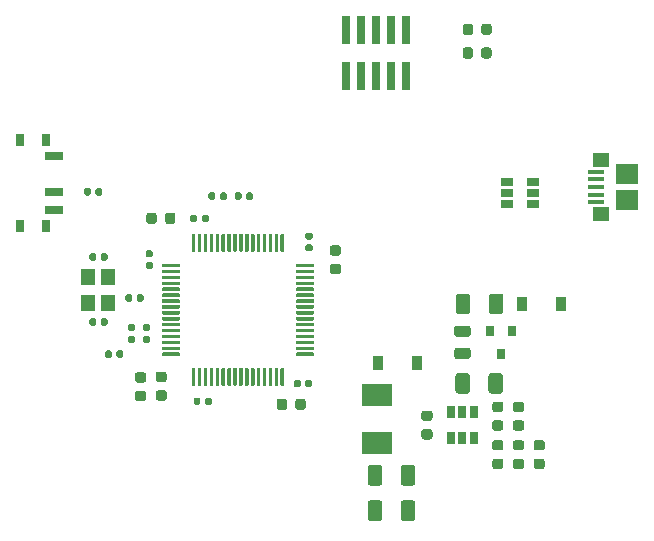
<source format=gbr>
G04 #@! TF.GenerationSoftware,KiCad,Pcbnew,(5.1.6)-1*
G04 #@! TF.CreationDate,2023-08-05T22:02:58+03:00*
G04 #@! TF.ProjectId,STM32F4_REV2,53544d33-3246-4345-9f52-4556322e6b69,rev?*
G04 #@! TF.SameCoordinates,Original*
G04 #@! TF.FileFunction,Paste,Top*
G04 #@! TF.FilePolarity,Positive*
%FSLAX46Y46*%
G04 Gerber Fmt 4.6, Leading zero omitted, Abs format (unit mm)*
G04 Created by KiCad (PCBNEW (5.1.6)-1) date 2023-08-05 22:02:58*
%MOMM*%
%LPD*%
G01*
G04 APERTURE LIST*
%ADD10R,0.740000X2.400000*%
%ADD11R,1.450000X1.150000*%
%ADD12R,1.900000X1.750000*%
%ADD13R,1.400000X0.400000*%
%ADD14R,1.200000X1.400000*%
%ADD15R,1.060000X0.650000*%
%ADD16R,0.650000X1.060000*%
%ADD17R,0.800000X1.000000*%
%ADD18R,1.500000X0.700000*%
%ADD19R,0.800000X0.900000*%
%ADD20R,2.500000X1.900000*%
%ADD21R,0.900000X1.200000*%
G04 APERTURE END LIST*
D10*
X134885000Y-61225000D03*
X134885000Y-57325000D03*
X136155000Y-61225000D03*
X136155000Y-57325000D03*
X137425000Y-61225000D03*
X137425000Y-57325000D03*
X138695000Y-61225000D03*
X138695000Y-57325000D03*
X139965000Y-61225000D03*
X139965000Y-57325000D03*
D11*
X156470000Y-72920000D03*
X156470000Y-68280000D03*
D12*
X158700000Y-71725000D03*
D13*
X156050000Y-70600000D03*
X156050000Y-69950000D03*
X156050000Y-69300000D03*
X156050000Y-71900000D03*
X156050000Y-71250000D03*
D12*
X158700000Y-69475000D03*
D14*
X114775000Y-78175000D03*
X114775000Y-80375000D03*
X113075000Y-80375000D03*
X113075000Y-78175000D03*
D15*
X148500000Y-71100000D03*
X148500000Y-72050000D03*
X148500000Y-70150000D03*
X150700000Y-70150000D03*
X150700000Y-71100000D03*
X150700000Y-72050000D03*
G36*
G01*
X121850000Y-76025000D02*
X121850000Y-74625000D01*
G75*
G02*
X121925000Y-74550000I75000J0D01*
G01*
X122075000Y-74550000D01*
G75*
G02*
X122150000Y-74625000I0J-75000D01*
G01*
X122150000Y-76025000D01*
G75*
G02*
X122075000Y-76100000I-75000J0D01*
G01*
X121925000Y-76100000D01*
G75*
G02*
X121850000Y-76025000I0J75000D01*
G01*
G37*
G36*
G01*
X122350000Y-76025000D02*
X122350000Y-74625000D01*
G75*
G02*
X122425000Y-74550000I75000J0D01*
G01*
X122575000Y-74550000D01*
G75*
G02*
X122650000Y-74625000I0J-75000D01*
G01*
X122650000Y-76025000D01*
G75*
G02*
X122575000Y-76100000I-75000J0D01*
G01*
X122425000Y-76100000D01*
G75*
G02*
X122350000Y-76025000I0J75000D01*
G01*
G37*
G36*
G01*
X122850000Y-76025000D02*
X122850000Y-74625000D01*
G75*
G02*
X122925000Y-74550000I75000J0D01*
G01*
X123075000Y-74550000D01*
G75*
G02*
X123150000Y-74625000I0J-75000D01*
G01*
X123150000Y-76025000D01*
G75*
G02*
X123075000Y-76100000I-75000J0D01*
G01*
X122925000Y-76100000D01*
G75*
G02*
X122850000Y-76025000I0J75000D01*
G01*
G37*
G36*
G01*
X123350000Y-76025000D02*
X123350000Y-74625000D01*
G75*
G02*
X123425000Y-74550000I75000J0D01*
G01*
X123575000Y-74550000D01*
G75*
G02*
X123650000Y-74625000I0J-75000D01*
G01*
X123650000Y-76025000D01*
G75*
G02*
X123575000Y-76100000I-75000J0D01*
G01*
X123425000Y-76100000D01*
G75*
G02*
X123350000Y-76025000I0J75000D01*
G01*
G37*
G36*
G01*
X123850000Y-76025000D02*
X123850000Y-74625000D01*
G75*
G02*
X123925000Y-74550000I75000J0D01*
G01*
X124075000Y-74550000D01*
G75*
G02*
X124150000Y-74625000I0J-75000D01*
G01*
X124150000Y-76025000D01*
G75*
G02*
X124075000Y-76100000I-75000J0D01*
G01*
X123925000Y-76100000D01*
G75*
G02*
X123850000Y-76025000I0J75000D01*
G01*
G37*
G36*
G01*
X124350000Y-76025000D02*
X124350000Y-74625000D01*
G75*
G02*
X124425000Y-74550000I75000J0D01*
G01*
X124575000Y-74550000D01*
G75*
G02*
X124650000Y-74625000I0J-75000D01*
G01*
X124650000Y-76025000D01*
G75*
G02*
X124575000Y-76100000I-75000J0D01*
G01*
X124425000Y-76100000D01*
G75*
G02*
X124350000Y-76025000I0J75000D01*
G01*
G37*
G36*
G01*
X124850000Y-76025000D02*
X124850000Y-74625000D01*
G75*
G02*
X124925000Y-74550000I75000J0D01*
G01*
X125075000Y-74550000D01*
G75*
G02*
X125150000Y-74625000I0J-75000D01*
G01*
X125150000Y-76025000D01*
G75*
G02*
X125075000Y-76100000I-75000J0D01*
G01*
X124925000Y-76100000D01*
G75*
G02*
X124850000Y-76025000I0J75000D01*
G01*
G37*
G36*
G01*
X125350000Y-76025000D02*
X125350000Y-74625000D01*
G75*
G02*
X125425000Y-74550000I75000J0D01*
G01*
X125575000Y-74550000D01*
G75*
G02*
X125650000Y-74625000I0J-75000D01*
G01*
X125650000Y-76025000D01*
G75*
G02*
X125575000Y-76100000I-75000J0D01*
G01*
X125425000Y-76100000D01*
G75*
G02*
X125350000Y-76025000I0J75000D01*
G01*
G37*
G36*
G01*
X125850000Y-76025000D02*
X125850000Y-74625000D01*
G75*
G02*
X125925000Y-74550000I75000J0D01*
G01*
X126075000Y-74550000D01*
G75*
G02*
X126150000Y-74625000I0J-75000D01*
G01*
X126150000Y-76025000D01*
G75*
G02*
X126075000Y-76100000I-75000J0D01*
G01*
X125925000Y-76100000D01*
G75*
G02*
X125850000Y-76025000I0J75000D01*
G01*
G37*
G36*
G01*
X126350000Y-76025000D02*
X126350000Y-74625000D01*
G75*
G02*
X126425000Y-74550000I75000J0D01*
G01*
X126575000Y-74550000D01*
G75*
G02*
X126650000Y-74625000I0J-75000D01*
G01*
X126650000Y-76025000D01*
G75*
G02*
X126575000Y-76100000I-75000J0D01*
G01*
X126425000Y-76100000D01*
G75*
G02*
X126350000Y-76025000I0J75000D01*
G01*
G37*
G36*
G01*
X126850000Y-76025000D02*
X126850000Y-74625000D01*
G75*
G02*
X126925000Y-74550000I75000J0D01*
G01*
X127075000Y-74550000D01*
G75*
G02*
X127150000Y-74625000I0J-75000D01*
G01*
X127150000Y-76025000D01*
G75*
G02*
X127075000Y-76100000I-75000J0D01*
G01*
X126925000Y-76100000D01*
G75*
G02*
X126850000Y-76025000I0J75000D01*
G01*
G37*
G36*
G01*
X127350000Y-76025000D02*
X127350000Y-74625000D01*
G75*
G02*
X127425000Y-74550000I75000J0D01*
G01*
X127575000Y-74550000D01*
G75*
G02*
X127650000Y-74625000I0J-75000D01*
G01*
X127650000Y-76025000D01*
G75*
G02*
X127575000Y-76100000I-75000J0D01*
G01*
X127425000Y-76100000D01*
G75*
G02*
X127350000Y-76025000I0J75000D01*
G01*
G37*
G36*
G01*
X127850000Y-76025000D02*
X127850000Y-74625000D01*
G75*
G02*
X127925000Y-74550000I75000J0D01*
G01*
X128075000Y-74550000D01*
G75*
G02*
X128150000Y-74625000I0J-75000D01*
G01*
X128150000Y-76025000D01*
G75*
G02*
X128075000Y-76100000I-75000J0D01*
G01*
X127925000Y-76100000D01*
G75*
G02*
X127850000Y-76025000I0J75000D01*
G01*
G37*
G36*
G01*
X128350000Y-76025000D02*
X128350000Y-74625000D01*
G75*
G02*
X128425000Y-74550000I75000J0D01*
G01*
X128575000Y-74550000D01*
G75*
G02*
X128650000Y-74625000I0J-75000D01*
G01*
X128650000Y-76025000D01*
G75*
G02*
X128575000Y-76100000I-75000J0D01*
G01*
X128425000Y-76100000D01*
G75*
G02*
X128350000Y-76025000I0J75000D01*
G01*
G37*
G36*
G01*
X128850000Y-76025000D02*
X128850000Y-74625000D01*
G75*
G02*
X128925000Y-74550000I75000J0D01*
G01*
X129075000Y-74550000D01*
G75*
G02*
X129150000Y-74625000I0J-75000D01*
G01*
X129150000Y-76025000D01*
G75*
G02*
X129075000Y-76100000I-75000J0D01*
G01*
X128925000Y-76100000D01*
G75*
G02*
X128850000Y-76025000I0J75000D01*
G01*
G37*
G36*
G01*
X129350000Y-76025000D02*
X129350000Y-74625000D01*
G75*
G02*
X129425000Y-74550000I75000J0D01*
G01*
X129575000Y-74550000D01*
G75*
G02*
X129650000Y-74625000I0J-75000D01*
G01*
X129650000Y-76025000D01*
G75*
G02*
X129575000Y-76100000I-75000J0D01*
G01*
X129425000Y-76100000D01*
G75*
G02*
X129350000Y-76025000I0J75000D01*
G01*
G37*
G36*
G01*
X130650000Y-77325000D02*
X130650000Y-77175000D01*
G75*
G02*
X130725000Y-77100000I75000J0D01*
G01*
X132125000Y-77100000D01*
G75*
G02*
X132200000Y-77175000I0J-75000D01*
G01*
X132200000Y-77325000D01*
G75*
G02*
X132125000Y-77400000I-75000J0D01*
G01*
X130725000Y-77400000D01*
G75*
G02*
X130650000Y-77325000I0J75000D01*
G01*
G37*
G36*
G01*
X130650000Y-77825000D02*
X130650000Y-77675000D01*
G75*
G02*
X130725000Y-77600000I75000J0D01*
G01*
X132125000Y-77600000D01*
G75*
G02*
X132200000Y-77675000I0J-75000D01*
G01*
X132200000Y-77825000D01*
G75*
G02*
X132125000Y-77900000I-75000J0D01*
G01*
X130725000Y-77900000D01*
G75*
G02*
X130650000Y-77825000I0J75000D01*
G01*
G37*
G36*
G01*
X130650000Y-78325000D02*
X130650000Y-78175000D01*
G75*
G02*
X130725000Y-78100000I75000J0D01*
G01*
X132125000Y-78100000D01*
G75*
G02*
X132200000Y-78175000I0J-75000D01*
G01*
X132200000Y-78325000D01*
G75*
G02*
X132125000Y-78400000I-75000J0D01*
G01*
X130725000Y-78400000D01*
G75*
G02*
X130650000Y-78325000I0J75000D01*
G01*
G37*
G36*
G01*
X130650000Y-78825000D02*
X130650000Y-78675000D01*
G75*
G02*
X130725000Y-78600000I75000J0D01*
G01*
X132125000Y-78600000D01*
G75*
G02*
X132200000Y-78675000I0J-75000D01*
G01*
X132200000Y-78825000D01*
G75*
G02*
X132125000Y-78900000I-75000J0D01*
G01*
X130725000Y-78900000D01*
G75*
G02*
X130650000Y-78825000I0J75000D01*
G01*
G37*
G36*
G01*
X130650000Y-79325000D02*
X130650000Y-79175000D01*
G75*
G02*
X130725000Y-79100000I75000J0D01*
G01*
X132125000Y-79100000D01*
G75*
G02*
X132200000Y-79175000I0J-75000D01*
G01*
X132200000Y-79325000D01*
G75*
G02*
X132125000Y-79400000I-75000J0D01*
G01*
X130725000Y-79400000D01*
G75*
G02*
X130650000Y-79325000I0J75000D01*
G01*
G37*
G36*
G01*
X130650000Y-79825000D02*
X130650000Y-79675000D01*
G75*
G02*
X130725000Y-79600000I75000J0D01*
G01*
X132125000Y-79600000D01*
G75*
G02*
X132200000Y-79675000I0J-75000D01*
G01*
X132200000Y-79825000D01*
G75*
G02*
X132125000Y-79900000I-75000J0D01*
G01*
X130725000Y-79900000D01*
G75*
G02*
X130650000Y-79825000I0J75000D01*
G01*
G37*
G36*
G01*
X130650000Y-80325000D02*
X130650000Y-80175000D01*
G75*
G02*
X130725000Y-80100000I75000J0D01*
G01*
X132125000Y-80100000D01*
G75*
G02*
X132200000Y-80175000I0J-75000D01*
G01*
X132200000Y-80325000D01*
G75*
G02*
X132125000Y-80400000I-75000J0D01*
G01*
X130725000Y-80400000D01*
G75*
G02*
X130650000Y-80325000I0J75000D01*
G01*
G37*
G36*
G01*
X130650000Y-80825000D02*
X130650000Y-80675000D01*
G75*
G02*
X130725000Y-80600000I75000J0D01*
G01*
X132125000Y-80600000D01*
G75*
G02*
X132200000Y-80675000I0J-75000D01*
G01*
X132200000Y-80825000D01*
G75*
G02*
X132125000Y-80900000I-75000J0D01*
G01*
X130725000Y-80900000D01*
G75*
G02*
X130650000Y-80825000I0J75000D01*
G01*
G37*
G36*
G01*
X130650000Y-81325000D02*
X130650000Y-81175000D01*
G75*
G02*
X130725000Y-81100000I75000J0D01*
G01*
X132125000Y-81100000D01*
G75*
G02*
X132200000Y-81175000I0J-75000D01*
G01*
X132200000Y-81325000D01*
G75*
G02*
X132125000Y-81400000I-75000J0D01*
G01*
X130725000Y-81400000D01*
G75*
G02*
X130650000Y-81325000I0J75000D01*
G01*
G37*
G36*
G01*
X130650000Y-81825000D02*
X130650000Y-81675000D01*
G75*
G02*
X130725000Y-81600000I75000J0D01*
G01*
X132125000Y-81600000D01*
G75*
G02*
X132200000Y-81675000I0J-75000D01*
G01*
X132200000Y-81825000D01*
G75*
G02*
X132125000Y-81900000I-75000J0D01*
G01*
X130725000Y-81900000D01*
G75*
G02*
X130650000Y-81825000I0J75000D01*
G01*
G37*
G36*
G01*
X130650000Y-82325000D02*
X130650000Y-82175000D01*
G75*
G02*
X130725000Y-82100000I75000J0D01*
G01*
X132125000Y-82100000D01*
G75*
G02*
X132200000Y-82175000I0J-75000D01*
G01*
X132200000Y-82325000D01*
G75*
G02*
X132125000Y-82400000I-75000J0D01*
G01*
X130725000Y-82400000D01*
G75*
G02*
X130650000Y-82325000I0J75000D01*
G01*
G37*
G36*
G01*
X130650000Y-82825000D02*
X130650000Y-82675000D01*
G75*
G02*
X130725000Y-82600000I75000J0D01*
G01*
X132125000Y-82600000D01*
G75*
G02*
X132200000Y-82675000I0J-75000D01*
G01*
X132200000Y-82825000D01*
G75*
G02*
X132125000Y-82900000I-75000J0D01*
G01*
X130725000Y-82900000D01*
G75*
G02*
X130650000Y-82825000I0J75000D01*
G01*
G37*
G36*
G01*
X130650000Y-83325000D02*
X130650000Y-83175000D01*
G75*
G02*
X130725000Y-83100000I75000J0D01*
G01*
X132125000Y-83100000D01*
G75*
G02*
X132200000Y-83175000I0J-75000D01*
G01*
X132200000Y-83325000D01*
G75*
G02*
X132125000Y-83400000I-75000J0D01*
G01*
X130725000Y-83400000D01*
G75*
G02*
X130650000Y-83325000I0J75000D01*
G01*
G37*
G36*
G01*
X130650000Y-83825000D02*
X130650000Y-83675000D01*
G75*
G02*
X130725000Y-83600000I75000J0D01*
G01*
X132125000Y-83600000D01*
G75*
G02*
X132200000Y-83675000I0J-75000D01*
G01*
X132200000Y-83825000D01*
G75*
G02*
X132125000Y-83900000I-75000J0D01*
G01*
X130725000Y-83900000D01*
G75*
G02*
X130650000Y-83825000I0J75000D01*
G01*
G37*
G36*
G01*
X130650000Y-84325000D02*
X130650000Y-84175000D01*
G75*
G02*
X130725000Y-84100000I75000J0D01*
G01*
X132125000Y-84100000D01*
G75*
G02*
X132200000Y-84175000I0J-75000D01*
G01*
X132200000Y-84325000D01*
G75*
G02*
X132125000Y-84400000I-75000J0D01*
G01*
X130725000Y-84400000D01*
G75*
G02*
X130650000Y-84325000I0J75000D01*
G01*
G37*
G36*
G01*
X130650000Y-84825000D02*
X130650000Y-84675000D01*
G75*
G02*
X130725000Y-84600000I75000J0D01*
G01*
X132125000Y-84600000D01*
G75*
G02*
X132200000Y-84675000I0J-75000D01*
G01*
X132200000Y-84825000D01*
G75*
G02*
X132125000Y-84900000I-75000J0D01*
G01*
X130725000Y-84900000D01*
G75*
G02*
X130650000Y-84825000I0J75000D01*
G01*
G37*
G36*
G01*
X129350000Y-87375000D02*
X129350000Y-85975000D01*
G75*
G02*
X129425000Y-85900000I75000J0D01*
G01*
X129575000Y-85900000D01*
G75*
G02*
X129650000Y-85975000I0J-75000D01*
G01*
X129650000Y-87375000D01*
G75*
G02*
X129575000Y-87450000I-75000J0D01*
G01*
X129425000Y-87450000D01*
G75*
G02*
X129350000Y-87375000I0J75000D01*
G01*
G37*
G36*
G01*
X128850000Y-87375000D02*
X128850000Y-85975000D01*
G75*
G02*
X128925000Y-85900000I75000J0D01*
G01*
X129075000Y-85900000D01*
G75*
G02*
X129150000Y-85975000I0J-75000D01*
G01*
X129150000Y-87375000D01*
G75*
G02*
X129075000Y-87450000I-75000J0D01*
G01*
X128925000Y-87450000D01*
G75*
G02*
X128850000Y-87375000I0J75000D01*
G01*
G37*
G36*
G01*
X128350000Y-87375000D02*
X128350000Y-85975000D01*
G75*
G02*
X128425000Y-85900000I75000J0D01*
G01*
X128575000Y-85900000D01*
G75*
G02*
X128650000Y-85975000I0J-75000D01*
G01*
X128650000Y-87375000D01*
G75*
G02*
X128575000Y-87450000I-75000J0D01*
G01*
X128425000Y-87450000D01*
G75*
G02*
X128350000Y-87375000I0J75000D01*
G01*
G37*
G36*
G01*
X127850000Y-87375000D02*
X127850000Y-85975000D01*
G75*
G02*
X127925000Y-85900000I75000J0D01*
G01*
X128075000Y-85900000D01*
G75*
G02*
X128150000Y-85975000I0J-75000D01*
G01*
X128150000Y-87375000D01*
G75*
G02*
X128075000Y-87450000I-75000J0D01*
G01*
X127925000Y-87450000D01*
G75*
G02*
X127850000Y-87375000I0J75000D01*
G01*
G37*
G36*
G01*
X127350000Y-87375000D02*
X127350000Y-85975000D01*
G75*
G02*
X127425000Y-85900000I75000J0D01*
G01*
X127575000Y-85900000D01*
G75*
G02*
X127650000Y-85975000I0J-75000D01*
G01*
X127650000Y-87375000D01*
G75*
G02*
X127575000Y-87450000I-75000J0D01*
G01*
X127425000Y-87450000D01*
G75*
G02*
X127350000Y-87375000I0J75000D01*
G01*
G37*
G36*
G01*
X126850000Y-87375000D02*
X126850000Y-85975000D01*
G75*
G02*
X126925000Y-85900000I75000J0D01*
G01*
X127075000Y-85900000D01*
G75*
G02*
X127150000Y-85975000I0J-75000D01*
G01*
X127150000Y-87375000D01*
G75*
G02*
X127075000Y-87450000I-75000J0D01*
G01*
X126925000Y-87450000D01*
G75*
G02*
X126850000Y-87375000I0J75000D01*
G01*
G37*
G36*
G01*
X126350000Y-87375000D02*
X126350000Y-85975000D01*
G75*
G02*
X126425000Y-85900000I75000J0D01*
G01*
X126575000Y-85900000D01*
G75*
G02*
X126650000Y-85975000I0J-75000D01*
G01*
X126650000Y-87375000D01*
G75*
G02*
X126575000Y-87450000I-75000J0D01*
G01*
X126425000Y-87450000D01*
G75*
G02*
X126350000Y-87375000I0J75000D01*
G01*
G37*
G36*
G01*
X125850000Y-87375000D02*
X125850000Y-85975000D01*
G75*
G02*
X125925000Y-85900000I75000J0D01*
G01*
X126075000Y-85900000D01*
G75*
G02*
X126150000Y-85975000I0J-75000D01*
G01*
X126150000Y-87375000D01*
G75*
G02*
X126075000Y-87450000I-75000J0D01*
G01*
X125925000Y-87450000D01*
G75*
G02*
X125850000Y-87375000I0J75000D01*
G01*
G37*
G36*
G01*
X125350000Y-87375000D02*
X125350000Y-85975000D01*
G75*
G02*
X125425000Y-85900000I75000J0D01*
G01*
X125575000Y-85900000D01*
G75*
G02*
X125650000Y-85975000I0J-75000D01*
G01*
X125650000Y-87375000D01*
G75*
G02*
X125575000Y-87450000I-75000J0D01*
G01*
X125425000Y-87450000D01*
G75*
G02*
X125350000Y-87375000I0J75000D01*
G01*
G37*
G36*
G01*
X124850000Y-87375000D02*
X124850000Y-85975000D01*
G75*
G02*
X124925000Y-85900000I75000J0D01*
G01*
X125075000Y-85900000D01*
G75*
G02*
X125150000Y-85975000I0J-75000D01*
G01*
X125150000Y-87375000D01*
G75*
G02*
X125075000Y-87450000I-75000J0D01*
G01*
X124925000Y-87450000D01*
G75*
G02*
X124850000Y-87375000I0J75000D01*
G01*
G37*
G36*
G01*
X124350000Y-87375000D02*
X124350000Y-85975000D01*
G75*
G02*
X124425000Y-85900000I75000J0D01*
G01*
X124575000Y-85900000D01*
G75*
G02*
X124650000Y-85975000I0J-75000D01*
G01*
X124650000Y-87375000D01*
G75*
G02*
X124575000Y-87450000I-75000J0D01*
G01*
X124425000Y-87450000D01*
G75*
G02*
X124350000Y-87375000I0J75000D01*
G01*
G37*
G36*
G01*
X123850000Y-87375000D02*
X123850000Y-85975000D01*
G75*
G02*
X123925000Y-85900000I75000J0D01*
G01*
X124075000Y-85900000D01*
G75*
G02*
X124150000Y-85975000I0J-75000D01*
G01*
X124150000Y-87375000D01*
G75*
G02*
X124075000Y-87450000I-75000J0D01*
G01*
X123925000Y-87450000D01*
G75*
G02*
X123850000Y-87375000I0J75000D01*
G01*
G37*
G36*
G01*
X123350000Y-87375000D02*
X123350000Y-85975000D01*
G75*
G02*
X123425000Y-85900000I75000J0D01*
G01*
X123575000Y-85900000D01*
G75*
G02*
X123650000Y-85975000I0J-75000D01*
G01*
X123650000Y-87375000D01*
G75*
G02*
X123575000Y-87450000I-75000J0D01*
G01*
X123425000Y-87450000D01*
G75*
G02*
X123350000Y-87375000I0J75000D01*
G01*
G37*
G36*
G01*
X122850000Y-87375000D02*
X122850000Y-85975000D01*
G75*
G02*
X122925000Y-85900000I75000J0D01*
G01*
X123075000Y-85900000D01*
G75*
G02*
X123150000Y-85975000I0J-75000D01*
G01*
X123150000Y-87375000D01*
G75*
G02*
X123075000Y-87450000I-75000J0D01*
G01*
X122925000Y-87450000D01*
G75*
G02*
X122850000Y-87375000I0J75000D01*
G01*
G37*
G36*
G01*
X122350000Y-87375000D02*
X122350000Y-85975000D01*
G75*
G02*
X122425000Y-85900000I75000J0D01*
G01*
X122575000Y-85900000D01*
G75*
G02*
X122650000Y-85975000I0J-75000D01*
G01*
X122650000Y-87375000D01*
G75*
G02*
X122575000Y-87450000I-75000J0D01*
G01*
X122425000Y-87450000D01*
G75*
G02*
X122350000Y-87375000I0J75000D01*
G01*
G37*
G36*
G01*
X121850000Y-87375000D02*
X121850000Y-85975000D01*
G75*
G02*
X121925000Y-85900000I75000J0D01*
G01*
X122075000Y-85900000D01*
G75*
G02*
X122150000Y-85975000I0J-75000D01*
G01*
X122150000Y-87375000D01*
G75*
G02*
X122075000Y-87450000I-75000J0D01*
G01*
X121925000Y-87450000D01*
G75*
G02*
X121850000Y-87375000I0J75000D01*
G01*
G37*
G36*
G01*
X119300000Y-84825000D02*
X119300000Y-84675000D01*
G75*
G02*
X119375000Y-84600000I75000J0D01*
G01*
X120775000Y-84600000D01*
G75*
G02*
X120850000Y-84675000I0J-75000D01*
G01*
X120850000Y-84825000D01*
G75*
G02*
X120775000Y-84900000I-75000J0D01*
G01*
X119375000Y-84900000D01*
G75*
G02*
X119300000Y-84825000I0J75000D01*
G01*
G37*
G36*
G01*
X119300000Y-84325000D02*
X119300000Y-84175000D01*
G75*
G02*
X119375000Y-84100000I75000J0D01*
G01*
X120775000Y-84100000D01*
G75*
G02*
X120850000Y-84175000I0J-75000D01*
G01*
X120850000Y-84325000D01*
G75*
G02*
X120775000Y-84400000I-75000J0D01*
G01*
X119375000Y-84400000D01*
G75*
G02*
X119300000Y-84325000I0J75000D01*
G01*
G37*
G36*
G01*
X119300000Y-83825000D02*
X119300000Y-83675000D01*
G75*
G02*
X119375000Y-83600000I75000J0D01*
G01*
X120775000Y-83600000D01*
G75*
G02*
X120850000Y-83675000I0J-75000D01*
G01*
X120850000Y-83825000D01*
G75*
G02*
X120775000Y-83900000I-75000J0D01*
G01*
X119375000Y-83900000D01*
G75*
G02*
X119300000Y-83825000I0J75000D01*
G01*
G37*
G36*
G01*
X119300000Y-83325000D02*
X119300000Y-83175000D01*
G75*
G02*
X119375000Y-83100000I75000J0D01*
G01*
X120775000Y-83100000D01*
G75*
G02*
X120850000Y-83175000I0J-75000D01*
G01*
X120850000Y-83325000D01*
G75*
G02*
X120775000Y-83400000I-75000J0D01*
G01*
X119375000Y-83400000D01*
G75*
G02*
X119300000Y-83325000I0J75000D01*
G01*
G37*
G36*
G01*
X119300000Y-82825000D02*
X119300000Y-82675000D01*
G75*
G02*
X119375000Y-82600000I75000J0D01*
G01*
X120775000Y-82600000D01*
G75*
G02*
X120850000Y-82675000I0J-75000D01*
G01*
X120850000Y-82825000D01*
G75*
G02*
X120775000Y-82900000I-75000J0D01*
G01*
X119375000Y-82900000D01*
G75*
G02*
X119300000Y-82825000I0J75000D01*
G01*
G37*
G36*
G01*
X119300000Y-82325000D02*
X119300000Y-82175000D01*
G75*
G02*
X119375000Y-82100000I75000J0D01*
G01*
X120775000Y-82100000D01*
G75*
G02*
X120850000Y-82175000I0J-75000D01*
G01*
X120850000Y-82325000D01*
G75*
G02*
X120775000Y-82400000I-75000J0D01*
G01*
X119375000Y-82400000D01*
G75*
G02*
X119300000Y-82325000I0J75000D01*
G01*
G37*
G36*
G01*
X119300000Y-81825000D02*
X119300000Y-81675000D01*
G75*
G02*
X119375000Y-81600000I75000J0D01*
G01*
X120775000Y-81600000D01*
G75*
G02*
X120850000Y-81675000I0J-75000D01*
G01*
X120850000Y-81825000D01*
G75*
G02*
X120775000Y-81900000I-75000J0D01*
G01*
X119375000Y-81900000D01*
G75*
G02*
X119300000Y-81825000I0J75000D01*
G01*
G37*
G36*
G01*
X119300000Y-81325000D02*
X119300000Y-81175000D01*
G75*
G02*
X119375000Y-81100000I75000J0D01*
G01*
X120775000Y-81100000D01*
G75*
G02*
X120850000Y-81175000I0J-75000D01*
G01*
X120850000Y-81325000D01*
G75*
G02*
X120775000Y-81400000I-75000J0D01*
G01*
X119375000Y-81400000D01*
G75*
G02*
X119300000Y-81325000I0J75000D01*
G01*
G37*
G36*
G01*
X119300000Y-80825000D02*
X119300000Y-80675000D01*
G75*
G02*
X119375000Y-80600000I75000J0D01*
G01*
X120775000Y-80600000D01*
G75*
G02*
X120850000Y-80675000I0J-75000D01*
G01*
X120850000Y-80825000D01*
G75*
G02*
X120775000Y-80900000I-75000J0D01*
G01*
X119375000Y-80900000D01*
G75*
G02*
X119300000Y-80825000I0J75000D01*
G01*
G37*
G36*
G01*
X119300000Y-80325000D02*
X119300000Y-80175000D01*
G75*
G02*
X119375000Y-80100000I75000J0D01*
G01*
X120775000Y-80100000D01*
G75*
G02*
X120850000Y-80175000I0J-75000D01*
G01*
X120850000Y-80325000D01*
G75*
G02*
X120775000Y-80400000I-75000J0D01*
G01*
X119375000Y-80400000D01*
G75*
G02*
X119300000Y-80325000I0J75000D01*
G01*
G37*
G36*
G01*
X119300000Y-79825000D02*
X119300000Y-79675000D01*
G75*
G02*
X119375000Y-79600000I75000J0D01*
G01*
X120775000Y-79600000D01*
G75*
G02*
X120850000Y-79675000I0J-75000D01*
G01*
X120850000Y-79825000D01*
G75*
G02*
X120775000Y-79900000I-75000J0D01*
G01*
X119375000Y-79900000D01*
G75*
G02*
X119300000Y-79825000I0J75000D01*
G01*
G37*
G36*
G01*
X119300000Y-79325000D02*
X119300000Y-79175000D01*
G75*
G02*
X119375000Y-79100000I75000J0D01*
G01*
X120775000Y-79100000D01*
G75*
G02*
X120850000Y-79175000I0J-75000D01*
G01*
X120850000Y-79325000D01*
G75*
G02*
X120775000Y-79400000I-75000J0D01*
G01*
X119375000Y-79400000D01*
G75*
G02*
X119300000Y-79325000I0J75000D01*
G01*
G37*
G36*
G01*
X119300000Y-78825000D02*
X119300000Y-78675000D01*
G75*
G02*
X119375000Y-78600000I75000J0D01*
G01*
X120775000Y-78600000D01*
G75*
G02*
X120850000Y-78675000I0J-75000D01*
G01*
X120850000Y-78825000D01*
G75*
G02*
X120775000Y-78900000I-75000J0D01*
G01*
X119375000Y-78900000D01*
G75*
G02*
X119300000Y-78825000I0J75000D01*
G01*
G37*
G36*
G01*
X119300000Y-78325000D02*
X119300000Y-78175000D01*
G75*
G02*
X119375000Y-78100000I75000J0D01*
G01*
X120775000Y-78100000D01*
G75*
G02*
X120850000Y-78175000I0J-75000D01*
G01*
X120850000Y-78325000D01*
G75*
G02*
X120775000Y-78400000I-75000J0D01*
G01*
X119375000Y-78400000D01*
G75*
G02*
X119300000Y-78325000I0J75000D01*
G01*
G37*
G36*
G01*
X119300000Y-77825000D02*
X119300000Y-77675000D01*
G75*
G02*
X119375000Y-77600000I75000J0D01*
G01*
X120775000Y-77600000D01*
G75*
G02*
X120850000Y-77675000I0J-75000D01*
G01*
X120850000Y-77825000D01*
G75*
G02*
X120775000Y-77900000I-75000J0D01*
G01*
X119375000Y-77900000D01*
G75*
G02*
X119300000Y-77825000I0J75000D01*
G01*
G37*
G36*
G01*
X119300000Y-77325000D02*
X119300000Y-77175000D01*
G75*
G02*
X119375000Y-77100000I75000J0D01*
G01*
X120775000Y-77100000D01*
G75*
G02*
X120850000Y-77175000I0J-75000D01*
G01*
X120850000Y-77325000D01*
G75*
G02*
X120775000Y-77400000I-75000J0D01*
G01*
X119375000Y-77400000D01*
G75*
G02*
X119300000Y-77325000I0J75000D01*
G01*
G37*
D16*
X144750000Y-89650000D03*
X143800000Y-89650000D03*
X145700000Y-89650000D03*
X145700000Y-91850000D03*
X144750000Y-91850000D03*
X143800000Y-91850000D03*
D17*
X109530000Y-66600000D03*
X109530000Y-73900000D03*
X107320000Y-73900000D03*
X107320000Y-66600000D03*
D18*
X110180000Y-72500000D03*
X110180000Y-71000000D03*
X110180000Y-68000000D03*
G36*
G01*
X124215000Y-71547500D02*
X124215000Y-71202500D01*
G75*
G02*
X124362500Y-71055000I147500J0D01*
G01*
X124657500Y-71055000D01*
G75*
G02*
X124805000Y-71202500I0J-147500D01*
G01*
X124805000Y-71547500D01*
G75*
G02*
X124657500Y-71695000I-147500J0D01*
G01*
X124362500Y-71695000D01*
G75*
G02*
X124215000Y-71547500I0J147500D01*
G01*
G37*
G36*
G01*
X123245000Y-71547500D02*
X123245000Y-71202500D01*
G75*
G02*
X123392500Y-71055000I147500J0D01*
G01*
X123687500Y-71055000D01*
G75*
G02*
X123835000Y-71202500I0J-147500D01*
G01*
X123835000Y-71547500D01*
G75*
G02*
X123687500Y-71695000I-147500J0D01*
G01*
X123392500Y-71695000D01*
G75*
G02*
X123245000Y-71547500I0J147500D01*
G01*
G37*
G36*
G01*
X126060000Y-71202500D02*
X126060000Y-71547500D01*
G75*
G02*
X125912500Y-71695000I-147500J0D01*
G01*
X125617500Y-71695000D01*
G75*
G02*
X125470000Y-71547500I0J147500D01*
G01*
X125470000Y-71202500D01*
G75*
G02*
X125617500Y-71055000I147500J0D01*
G01*
X125912500Y-71055000D01*
G75*
G02*
X126060000Y-71202500I0J-147500D01*
G01*
G37*
G36*
G01*
X127030000Y-71202500D02*
X127030000Y-71547500D01*
G75*
G02*
X126882500Y-71695000I-147500J0D01*
G01*
X126587500Y-71695000D01*
G75*
G02*
X126440000Y-71547500I0J147500D01*
G01*
X126440000Y-71202500D01*
G75*
G02*
X126587500Y-71055000I147500J0D01*
G01*
X126882500Y-71055000D01*
G75*
G02*
X127030000Y-71202500I0J-147500D01*
G01*
G37*
G36*
G01*
X117756250Y-87150000D02*
X117243750Y-87150000D01*
G75*
G02*
X117025000Y-86931250I0J218750D01*
G01*
X117025000Y-86493750D01*
G75*
G02*
X117243750Y-86275000I218750J0D01*
G01*
X117756250Y-86275000D01*
G75*
G02*
X117975000Y-86493750I0J-218750D01*
G01*
X117975000Y-86931250D01*
G75*
G02*
X117756250Y-87150000I-218750J0D01*
G01*
G37*
G36*
G01*
X117756250Y-88725000D02*
X117243750Y-88725000D01*
G75*
G02*
X117025000Y-88506250I0J218750D01*
G01*
X117025000Y-88068750D01*
G75*
G02*
X117243750Y-87850000I218750J0D01*
G01*
X117756250Y-87850000D01*
G75*
G02*
X117975000Y-88068750I0J-218750D01*
G01*
X117975000Y-88506250D01*
G75*
G02*
X117756250Y-88725000I-218750J0D01*
G01*
G37*
G36*
G01*
X116810000Y-79827500D02*
X116810000Y-80172500D01*
G75*
G02*
X116662500Y-80320000I-147500J0D01*
G01*
X116367500Y-80320000D01*
G75*
G02*
X116220000Y-80172500I0J147500D01*
G01*
X116220000Y-79827500D01*
G75*
G02*
X116367500Y-79680000I147500J0D01*
G01*
X116662500Y-79680000D01*
G75*
G02*
X116810000Y-79827500I0J-147500D01*
G01*
G37*
G36*
G01*
X117780000Y-79827500D02*
X117780000Y-80172500D01*
G75*
G02*
X117632500Y-80320000I-147500J0D01*
G01*
X117337500Y-80320000D01*
G75*
G02*
X117190000Y-80172500I0J147500D01*
G01*
X117190000Y-79827500D01*
G75*
G02*
X117337500Y-79680000I147500J0D01*
G01*
X117632500Y-79680000D01*
G75*
G02*
X117780000Y-79827500I0J-147500D01*
G01*
G37*
G36*
G01*
X113675000Y-71172500D02*
X113675000Y-70827500D01*
G75*
G02*
X113822500Y-70680000I147500J0D01*
G01*
X114117500Y-70680000D01*
G75*
G02*
X114265000Y-70827500I0J-147500D01*
G01*
X114265000Y-71172500D01*
G75*
G02*
X114117500Y-71320000I-147500J0D01*
G01*
X113822500Y-71320000D01*
G75*
G02*
X113675000Y-71172500I0J147500D01*
G01*
G37*
G36*
G01*
X112705000Y-71172500D02*
X112705000Y-70827500D01*
G75*
G02*
X112852500Y-70680000I147500J0D01*
G01*
X113147500Y-70680000D01*
G75*
G02*
X113295000Y-70827500I0J-147500D01*
G01*
X113295000Y-71172500D01*
G75*
G02*
X113147500Y-71320000I-147500J0D01*
G01*
X112852500Y-71320000D01*
G75*
G02*
X112705000Y-71172500I0J147500D01*
G01*
G37*
G36*
G01*
X145650000Y-58993750D02*
X145650000Y-59506250D01*
G75*
G02*
X145431250Y-59725000I-218750J0D01*
G01*
X144993750Y-59725000D01*
G75*
G02*
X144775000Y-59506250I0J218750D01*
G01*
X144775000Y-58993750D01*
G75*
G02*
X144993750Y-58775000I218750J0D01*
G01*
X145431250Y-58775000D01*
G75*
G02*
X145650000Y-58993750I0J-218750D01*
G01*
G37*
G36*
G01*
X147225000Y-58993750D02*
X147225000Y-59506250D01*
G75*
G02*
X147006250Y-59725000I-218750J0D01*
G01*
X146568750Y-59725000D01*
G75*
G02*
X146350000Y-59506250I0J218750D01*
G01*
X146350000Y-58993750D01*
G75*
G02*
X146568750Y-58775000I218750J0D01*
G01*
X147006250Y-58775000D01*
G75*
G02*
X147225000Y-58993750I0J-218750D01*
G01*
G37*
G36*
G01*
X151506250Y-92900000D02*
X150993750Y-92900000D01*
G75*
G02*
X150775000Y-92681250I0J218750D01*
G01*
X150775000Y-92243750D01*
G75*
G02*
X150993750Y-92025000I218750J0D01*
G01*
X151506250Y-92025000D01*
G75*
G02*
X151725000Y-92243750I0J-218750D01*
G01*
X151725000Y-92681250D01*
G75*
G02*
X151506250Y-92900000I-218750J0D01*
G01*
G37*
G36*
G01*
X151506250Y-94475000D02*
X150993750Y-94475000D01*
G75*
G02*
X150775000Y-94256250I0J218750D01*
G01*
X150775000Y-93818750D01*
G75*
G02*
X150993750Y-93600000I218750J0D01*
G01*
X151506250Y-93600000D01*
G75*
G02*
X151725000Y-93818750I0J-218750D01*
G01*
X151725000Y-94256250D01*
G75*
G02*
X151506250Y-94475000I-218750J0D01*
G01*
G37*
G36*
G01*
X149243750Y-93600000D02*
X149756250Y-93600000D01*
G75*
G02*
X149975000Y-93818750I0J-218750D01*
G01*
X149975000Y-94256250D01*
G75*
G02*
X149756250Y-94475000I-218750J0D01*
G01*
X149243750Y-94475000D01*
G75*
G02*
X149025000Y-94256250I0J218750D01*
G01*
X149025000Y-93818750D01*
G75*
G02*
X149243750Y-93600000I218750J0D01*
G01*
G37*
G36*
G01*
X149243750Y-92025000D02*
X149756250Y-92025000D01*
G75*
G02*
X149975000Y-92243750I0J-218750D01*
G01*
X149975000Y-92681250D01*
G75*
G02*
X149756250Y-92900000I-218750J0D01*
G01*
X149243750Y-92900000D01*
G75*
G02*
X149025000Y-92681250I0J218750D01*
G01*
X149025000Y-92243750D01*
G75*
G02*
X149243750Y-92025000I218750J0D01*
G01*
G37*
G36*
G01*
X148006250Y-92900000D02*
X147493750Y-92900000D01*
G75*
G02*
X147275000Y-92681250I0J218750D01*
G01*
X147275000Y-92243750D01*
G75*
G02*
X147493750Y-92025000I218750J0D01*
G01*
X148006250Y-92025000D01*
G75*
G02*
X148225000Y-92243750I0J-218750D01*
G01*
X148225000Y-92681250D01*
G75*
G02*
X148006250Y-92900000I-218750J0D01*
G01*
G37*
G36*
G01*
X148006250Y-94475000D02*
X147493750Y-94475000D01*
G75*
G02*
X147275000Y-94256250I0J218750D01*
G01*
X147275000Y-93818750D01*
G75*
G02*
X147493750Y-93600000I218750J0D01*
G01*
X148006250Y-93600000D01*
G75*
G02*
X148225000Y-93818750I0J-218750D01*
G01*
X148225000Y-94256250D01*
G75*
G02*
X148006250Y-94475000I-218750J0D01*
G01*
G37*
G36*
G01*
X149756250Y-89650000D02*
X149243750Y-89650000D01*
G75*
G02*
X149025000Y-89431250I0J218750D01*
G01*
X149025000Y-88993750D01*
G75*
G02*
X149243750Y-88775000I218750J0D01*
G01*
X149756250Y-88775000D01*
G75*
G02*
X149975000Y-88993750I0J-218750D01*
G01*
X149975000Y-89431250D01*
G75*
G02*
X149756250Y-89650000I-218750J0D01*
G01*
G37*
G36*
G01*
X149756250Y-91225000D02*
X149243750Y-91225000D01*
G75*
G02*
X149025000Y-91006250I0J218750D01*
G01*
X149025000Y-90568750D01*
G75*
G02*
X149243750Y-90350000I218750J0D01*
G01*
X149756250Y-90350000D01*
G75*
G02*
X149975000Y-90568750I0J-218750D01*
G01*
X149975000Y-91006250D01*
G75*
G02*
X149756250Y-91225000I-218750J0D01*
G01*
G37*
G36*
G01*
X147493750Y-90350000D02*
X148006250Y-90350000D01*
G75*
G02*
X148225000Y-90568750I0J-218750D01*
G01*
X148225000Y-91006250D01*
G75*
G02*
X148006250Y-91225000I-218750J0D01*
G01*
X147493750Y-91225000D01*
G75*
G02*
X147275000Y-91006250I0J218750D01*
G01*
X147275000Y-90568750D01*
G75*
G02*
X147493750Y-90350000I218750J0D01*
G01*
G37*
G36*
G01*
X147493750Y-88775000D02*
X148006250Y-88775000D01*
G75*
G02*
X148225000Y-88993750I0J-218750D01*
G01*
X148225000Y-89431250D01*
G75*
G02*
X148006250Y-89650000I-218750J0D01*
G01*
X147493750Y-89650000D01*
G75*
G02*
X147275000Y-89431250I0J218750D01*
G01*
X147275000Y-88993750D01*
G75*
G02*
X147493750Y-88775000I218750J0D01*
G01*
G37*
D19*
X148000000Y-84750000D03*
X147050000Y-82750000D03*
X148950000Y-82750000D03*
G36*
G01*
X115455000Y-84922500D02*
X115455000Y-84577500D01*
G75*
G02*
X115602500Y-84430000I147500J0D01*
G01*
X115897500Y-84430000D01*
G75*
G02*
X116045000Y-84577500I0J-147500D01*
G01*
X116045000Y-84922500D01*
G75*
G02*
X115897500Y-85070000I-147500J0D01*
G01*
X115602500Y-85070000D01*
G75*
G02*
X115455000Y-84922500I0J147500D01*
G01*
G37*
G36*
G01*
X114485000Y-84922500D02*
X114485000Y-84577500D01*
G75*
G02*
X114632500Y-84430000I147500J0D01*
G01*
X114927500Y-84430000D01*
G75*
G02*
X115075000Y-84577500I0J-147500D01*
G01*
X115075000Y-84922500D01*
G75*
G02*
X114927500Y-85070000I-147500J0D01*
G01*
X114632500Y-85070000D01*
G75*
G02*
X114485000Y-84922500I0J147500D01*
G01*
G37*
D20*
X137500000Y-92300000D03*
X137500000Y-88200000D03*
G36*
G01*
X145206250Y-83300000D02*
X144293750Y-83300000D01*
G75*
G02*
X144050000Y-83056250I0J243750D01*
G01*
X144050000Y-82568750D01*
G75*
G02*
X144293750Y-82325000I243750J0D01*
G01*
X145206250Y-82325000D01*
G75*
G02*
X145450000Y-82568750I0J-243750D01*
G01*
X145450000Y-83056250D01*
G75*
G02*
X145206250Y-83300000I-243750J0D01*
G01*
G37*
G36*
G01*
X145206250Y-85175000D02*
X144293750Y-85175000D01*
G75*
G02*
X144050000Y-84931250I0J243750D01*
G01*
X144050000Y-84443750D01*
G75*
G02*
X144293750Y-84200000I243750J0D01*
G01*
X145206250Y-84200000D01*
G75*
G02*
X145450000Y-84443750I0J-243750D01*
G01*
X145450000Y-84931250D01*
G75*
G02*
X145206250Y-85175000I-243750J0D01*
G01*
G37*
G36*
G01*
X146975000Y-81125000D02*
X146975000Y-79875000D01*
G75*
G02*
X147225000Y-79625000I250000J0D01*
G01*
X147975000Y-79625000D01*
G75*
G02*
X148225000Y-79875000I0J-250000D01*
G01*
X148225000Y-81125000D01*
G75*
G02*
X147975000Y-81375000I-250000J0D01*
G01*
X147225000Y-81375000D01*
G75*
G02*
X146975000Y-81125000I0J250000D01*
G01*
G37*
G36*
G01*
X144175000Y-81125000D02*
X144175000Y-79875000D01*
G75*
G02*
X144425000Y-79625000I250000J0D01*
G01*
X145175000Y-79625000D01*
G75*
G02*
X145425000Y-79875000I0J-250000D01*
G01*
X145425000Y-81125000D01*
G75*
G02*
X145175000Y-81375000I-250000J0D01*
G01*
X144425000Y-81375000D01*
G75*
G02*
X144175000Y-81125000I0J250000D01*
G01*
G37*
G36*
G01*
X119506250Y-87112500D02*
X118993750Y-87112500D01*
G75*
G02*
X118775000Y-86893750I0J218750D01*
G01*
X118775000Y-86456250D01*
G75*
G02*
X118993750Y-86237500I218750J0D01*
G01*
X119506250Y-86237500D01*
G75*
G02*
X119725000Y-86456250I0J-218750D01*
G01*
X119725000Y-86893750D01*
G75*
G02*
X119506250Y-87112500I-218750J0D01*
G01*
G37*
G36*
G01*
X119506250Y-88687500D02*
X118993750Y-88687500D01*
G75*
G02*
X118775000Y-88468750I0J218750D01*
G01*
X118775000Y-88031250D01*
G75*
G02*
X118993750Y-87812500I218750J0D01*
G01*
X119506250Y-87812500D01*
G75*
G02*
X119725000Y-88031250I0J-218750D01*
G01*
X119725000Y-88468750D01*
G75*
G02*
X119506250Y-88687500I-218750J0D01*
G01*
G37*
G36*
G01*
X145650000Y-56993750D02*
X145650000Y-57506250D01*
G75*
G02*
X145431250Y-57725000I-218750J0D01*
G01*
X144993750Y-57725000D01*
G75*
G02*
X144775000Y-57506250I0J218750D01*
G01*
X144775000Y-56993750D01*
G75*
G02*
X144993750Y-56775000I218750J0D01*
G01*
X145431250Y-56775000D01*
G75*
G02*
X145650000Y-56993750I0J-218750D01*
G01*
G37*
G36*
G01*
X147225000Y-56993750D02*
X147225000Y-57506250D01*
G75*
G02*
X147006250Y-57725000I-218750J0D01*
G01*
X146568750Y-57725000D01*
G75*
G02*
X146350000Y-57506250I0J218750D01*
G01*
X146350000Y-56993750D01*
G75*
G02*
X146568750Y-56775000I218750J0D01*
G01*
X147006250Y-56775000D01*
G75*
G02*
X147225000Y-56993750I0J-218750D01*
G01*
G37*
D21*
X140900000Y-85500000D03*
X137600000Y-85500000D03*
X153100000Y-80500000D03*
X149800000Y-80500000D03*
G36*
G01*
X113735000Y-81852500D02*
X113735000Y-82197500D01*
G75*
G02*
X113587500Y-82345000I-147500J0D01*
G01*
X113292500Y-82345000D01*
G75*
G02*
X113145000Y-82197500I0J147500D01*
G01*
X113145000Y-81852500D01*
G75*
G02*
X113292500Y-81705000I147500J0D01*
G01*
X113587500Y-81705000D01*
G75*
G02*
X113735000Y-81852500I0J-147500D01*
G01*
G37*
G36*
G01*
X114705000Y-81852500D02*
X114705000Y-82197500D01*
G75*
G02*
X114557500Y-82345000I-147500J0D01*
G01*
X114262500Y-82345000D01*
G75*
G02*
X114115000Y-82197500I0J147500D01*
G01*
X114115000Y-81852500D01*
G75*
G02*
X114262500Y-81705000I147500J0D01*
G01*
X114557500Y-81705000D01*
G75*
G02*
X114705000Y-81852500I0J-147500D01*
G01*
G37*
G36*
G01*
X114115000Y-76697500D02*
X114115000Y-76352500D01*
G75*
G02*
X114262500Y-76205000I147500J0D01*
G01*
X114557500Y-76205000D01*
G75*
G02*
X114705000Y-76352500I0J-147500D01*
G01*
X114705000Y-76697500D01*
G75*
G02*
X114557500Y-76845000I-147500J0D01*
G01*
X114262500Y-76845000D01*
G75*
G02*
X114115000Y-76697500I0J147500D01*
G01*
G37*
G36*
G01*
X113145000Y-76697500D02*
X113145000Y-76352500D01*
G75*
G02*
X113292500Y-76205000I147500J0D01*
G01*
X113587500Y-76205000D01*
G75*
G02*
X113735000Y-76352500I0J-147500D01*
G01*
X113735000Y-76697500D01*
G75*
G02*
X113587500Y-76845000I-147500J0D01*
G01*
X113292500Y-76845000D01*
G75*
G02*
X113145000Y-76697500I0J147500D01*
G01*
G37*
G36*
G01*
X134256250Y-76400000D02*
X133743750Y-76400000D01*
G75*
G02*
X133525000Y-76181250I0J218750D01*
G01*
X133525000Y-75743750D01*
G75*
G02*
X133743750Y-75525000I218750J0D01*
G01*
X134256250Y-75525000D01*
G75*
G02*
X134475000Y-75743750I0J-218750D01*
G01*
X134475000Y-76181250D01*
G75*
G02*
X134256250Y-76400000I-218750J0D01*
G01*
G37*
G36*
G01*
X134256250Y-77975000D02*
X133743750Y-77975000D01*
G75*
G02*
X133525000Y-77756250I0J218750D01*
G01*
X133525000Y-77318750D01*
G75*
G02*
X133743750Y-77100000I218750J0D01*
G01*
X134256250Y-77100000D01*
G75*
G02*
X134475000Y-77318750I0J-218750D01*
G01*
X134475000Y-77756250D01*
G75*
G02*
X134256250Y-77975000I-218750J0D01*
G01*
G37*
G36*
G01*
X130600000Y-89256250D02*
X130600000Y-88743750D01*
G75*
G02*
X130818750Y-88525000I218750J0D01*
G01*
X131256250Y-88525000D01*
G75*
G02*
X131475000Y-88743750I0J-218750D01*
G01*
X131475000Y-89256250D01*
G75*
G02*
X131256250Y-89475000I-218750J0D01*
G01*
X130818750Y-89475000D01*
G75*
G02*
X130600000Y-89256250I0J218750D01*
G01*
G37*
G36*
G01*
X129025000Y-89256250D02*
X129025000Y-88743750D01*
G75*
G02*
X129243750Y-88525000I218750J0D01*
G01*
X129681250Y-88525000D01*
G75*
G02*
X129900000Y-88743750I0J-218750D01*
G01*
X129900000Y-89256250D01*
G75*
G02*
X129681250Y-89475000I-218750J0D01*
G01*
X129243750Y-89475000D01*
G75*
G02*
X129025000Y-89256250I0J218750D01*
G01*
G37*
G36*
G01*
X118172500Y-82810000D02*
X117827500Y-82810000D01*
G75*
G02*
X117680000Y-82662500I0J147500D01*
G01*
X117680000Y-82367500D01*
G75*
G02*
X117827500Y-82220000I147500J0D01*
G01*
X118172500Y-82220000D01*
G75*
G02*
X118320000Y-82367500I0J-147500D01*
G01*
X118320000Y-82662500D01*
G75*
G02*
X118172500Y-82810000I-147500J0D01*
G01*
G37*
G36*
G01*
X118172500Y-83780000D02*
X117827500Y-83780000D01*
G75*
G02*
X117680000Y-83632500I0J147500D01*
G01*
X117680000Y-83337500D01*
G75*
G02*
X117827500Y-83190000I147500J0D01*
G01*
X118172500Y-83190000D01*
G75*
G02*
X118320000Y-83337500I0J-147500D01*
G01*
X118320000Y-83632500D01*
G75*
G02*
X118172500Y-83780000I-147500J0D01*
G01*
G37*
G36*
G01*
X116922500Y-82810000D02*
X116577500Y-82810000D01*
G75*
G02*
X116430000Y-82662500I0J147500D01*
G01*
X116430000Y-82367500D01*
G75*
G02*
X116577500Y-82220000I147500J0D01*
G01*
X116922500Y-82220000D01*
G75*
G02*
X117070000Y-82367500I0J-147500D01*
G01*
X117070000Y-82662500D01*
G75*
G02*
X116922500Y-82810000I-147500J0D01*
G01*
G37*
G36*
G01*
X116922500Y-83780000D02*
X116577500Y-83780000D01*
G75*
G02*
X116430000Y-83632500I0J147500D01*
G01*
X116430000Y-83337500D01*
G75*
G02*
X116577500Y-83190000I147500J0D01*
G01*
X116922500Y-83190000D01*
G75*
G02*
X117070000Y-83337500I0J-147500D01*
G01*
X117070000Y-83632500D01*
G75*
G02*
X116922500Y-83780000I-147500J0D01*
G01*
G37*
G36*
G01*
X122680000Y-73422500D02*
X122680000Y-73077500D01*
G75*
G02*
X122827500Y-72930000I147500J0D01*
G01*
X123122500Y-72930000D01*
G75*
G02*
X123270000Y-73077500I0J-147500D01*
G01*
X123270000Y-73422500D01*
G75*
G02*
X123122500Y-73570000I-147500J0D01*
G01*
X122827500Y-73570000D01*
G75*
G02*
X122680000Y-73422500I0J147500D01*
G01*
G37*
G36*
G01*
X121710000Y-73422500D02*
X121710000Y-73077500D01*
G75*
G02*
X121857500Y-72930000I147500J0D01*
G01*
X122152500Y-72930000D01*
G75*
G02*
X122300000Y-73077500I0J-147500D01*
G01*
X122300000Y-73422500D01*
G75*
G02*
X122152500Y-73570000I-147500J0D01*
G01*
X121857500Y-73570000D01*
G75*
G02*
X121710000Y-73422500I0J147500D01*
G01*
G37*
G36*
G01*
X131922500Y-75060000D02*
X131577500Y-75060000D01*
G75*
G02*
X131430000Y-74912500I0J147500D01*
G01*
X131430000Y-74617500D01*
G75*
G02*
X131577500Y-74470000I147500J0D01*
G01*
X131922500Y-74470000D01*
G75*
G02*
X132070000Y-74617500I0J-147500D01*
G01*
X132070000Y-74912500D01*
G75*
G02*
X131922500Y-75060000I-147500J0D01*
G01*
G37*
G36*
G01*
X131922500Y-76030000D02*
X131577500Y-76030000D01*
G75*
G02*
X131430000Y-75882500I0J147500D01*
G01*
X131430000Y-75587500D01*
G75*
G02*
X131577500Y-75440000I147500J0D01*
G01*
X131922500Y-75440000D01*
G75*
G02*
X132070000Y-75587500I0J-147500D01*
G01*
X132070000Y-75882500D01*
G75*
G02*
X131922500Y-76030000I-147500J0D01*
G01*
G37*
G36*
G01*
X131440000Y-87422500D02*
X131440000Y-87077500D01*
G75*
G02*
X131587500Y-86930000I147500J0D01*
G01*
X131882500Y-86930000D01*
G75*
G02*
X132030000Y-87077500I0J-147500D01*
G01*
X132030000Y-87422500D01*
G75*
G02*
X131882500Y-87570000I-147500J0D01*
G01*
X131587500Y-87570000D01*
G75*
G02*
X131440000Y-87422500I0J147500D01*
G01*
G37*
G36*
G01*
X130470000Y-87422500D02*
X130470000Y-87077500D01*
G75*
G02*
X130617500Y-86930000I147500J0D01*
G01*
X130912500Y-86930000D01*
G75*
G02*
X131060000Y-87077500I0J-147500D01*
G01*
X131060000Y-87422500D01*
G75*
G02*
X130912500Y-87570000I-147500J0D01*
G01*
X130617500Y-87570000D01*
G75*
G02*
X130470000Y-87422500I0J147500D01*
G01*
G37*
G36*
G01*
X122575000Y-88577500D02*
X122575000Y-88922500D01*
G75*
G02*
X122427500Y-89070000I-147500J0D01*
G01*
X122132500Y-89070000D01*
G75*
G02*
X121985000Y-88922500I0J147500D01*
G01*
X121985000Y-88577500D01*
G75*
G02*
X122132500Y-88430000I147500J0D01*
G01*
X122427500Y-88430000D01*
G75*
G02*
X122575000Y-88577500I0J-147500D01*
G01*
G37*
G36*
G01*
X123545000Y-88577500D02*
X123545000Y-88922500D01*
G75*
G02*
X123397500Y-89070000I-147500J0D01*
G01*
X123102500Y-89070000D01*
G75*
G02*
X122955000Y-88922500I0J147500D01*
G01*
X122955000Y-88577500D01*
G75*
G02*
X123102500Y-88430000I147500J0D01*
G01*
X123397500Y-88430000D01*
G75*
G02*
X123545000Y-88577500I0J-147500D01*
G01*
G37*
G36*
G01*
X118422500Y-76560000D02*
X118077500Y-76560000D01*
G75*
G02*
X117930000Y-76412500I0J147500D01*
G01*
X117930000Y-76117500D01*
G75*
G02*
X118077500Y-75970000I147500J0D01*
G01*
X118422500Y-75970000D01*
G75*
G02*
X118570000Y-76117500I0J-147500D01*
G01*
X118570000Y-76412500D01*
G75*
G02*
X118422500Y-76560000I-147500J0D01*
G01*
G37*
G36*
G01*
X118422500Y-77530000D02*
X118077500Y-77530000D01*
G75*
G02*
X117930000Y-77382500I0J147500D01*
G01*
X117930000Y-77087500D01*
G75*
G02*
X118077500Y-76940000I147500J0D01*
G01*
X118422500Y-76940000D01*
G75*
G02*
X118570000Y-77087500I0J-147500D01*
G01*
X118570000Y-77382500D01*
G75*
G02*
X118422500Y-77530000I-147500J0D01*
G01*
G37*
G36*
G01*
X118875000Y-72993750D02*
X118875000Y-73506250D01*
G75*
G02*
X118656250Y-73725000I-218750J0D01*
G01*
X118218750Y-73725000D01*
G75*
G02*
X118000000Y-73506250I0J218750D01*
G01*
X118000000Y-72993750D01*
G75*
G02*
X118218750Y-72775000I218750J0D01*
G01*
X118656250Y-72775000D01*
G75*
G02*
X118875000Y-72993750I0J-218750D01*
G01*
G37*
G36*
G01*
X120450000Y-72993750D02*
X120450000Y-73506250D01*
G75*
G02*
X120231250Y-73725000I-218750J0D01*
G01*
X119793750Y-73725000D01*
G75*
G02*
X119575000Y-73506250I0J218750D01*
G01*
X119575000Y-72993750D01*
G75*
G02*
X119793750Y-72775000I218750J0D01*
G01*
X120231250Y-72775000D01*
G75*
G02*
X120450000Y-72993750I0J-218750D01*
G01*
G37*
G36*
G01*
X141493750Y-91100000D02*
X142006250Y-91100000D01*
G75*
G02*
X142225000Y-91318750I0J-218750D01*
G01*
X142225000Y-91756250D01*
G75*
G02*
X142006250Y-91975000I-218750J0D01*
G01*
X141493750Y-91975000D01*
G75*
G02*
X141275000Y-91756250I0J218750D01*
G01*
X141275000Y-91318750D01*
G75*
G02*
X141493750Y-91100000I218750J0D01*
G01*
G37*
G36*
G01*
X141493750Y-89525000D02*
X142006250Y-89525000D01*
G75*
G02*
X142225000Y-89743750I0J-218750D01*
G01*
X142225000Y-90181250D01*
G75*
G02*
X142006250Y-90400000I-218750J0D01*
G01*
X141493750Y-90400000D01*
G75*
G02*
X141275000Y-90181250I0J218750D01*
G01*
X141275000Y-89743750D01*
G75*
G02*
X141493750Y-89525000I218750J0D01*
G01*
G37*
G36*
G01*
X139525000Y-98625000D02*
X139525000Y-97375000D01*
G75*
G02*
X139775000Y-97125000I250000J0D01*
G01*
X140525000Y-97125000D01*
G75*
G02*
X140775000Y-97375000I0J-250000D01*
G01*
X140775000Y-98625000D01*
G75*
G02*
X140525000Y-98875000I-250000J0D01*
G01*
X139775000Y-98875000D01*
G75*
G02*
X139525000Y-98625000I0J250000D01*
G01*
G37*
G36*
G01*
X136725000Y-98625000D02*
X136725000Y-97375000D01*
G75*
G02*
X136975000Y-97125000I250000J0D01*
G01*
X137725000Y-97125000D01*
G75*
G02*
X137975000Y-97375000I0J-250000D01*
G01*
X137975000Y-98625000D01*
G75*
G02*
X137725000Y-98875000I-250000J0D01*
G01*
X136975000Y-98875000D01*
G75*
G02*
X136725000Y-98625000I0J250000D01*
G01*
G37*
G36*
G01*
X139525000Y-95625000D02*
X139525000Y-94375000D01*
G75*
G02*
X139775000Y-94125000I250000J0D01*
G01*
X140525000Y-94125000D01*
G75*
G02*
X140775000Y-94375000I0J-250000D01*
G01*
X140775000Y-95625000D01*
G75*
G02*
X140525000Y-95875000I-250000J0D01*
G01*
X139775000Y-95875000D01*
G75*
G02*
X139525000Y-95625000I0J250000D01*
G01*
G37*
G36*
G01*
X136725000Y-95625000D02*
X136725000Y-94375000D01*
G75*
G02*
X136975000Y-94125000I250000J0D01*
G01*
X137725000Y-94125000D01*
G75*
G02*
X137975000Y-94375000I0J-250000D01*
G01*
X137975000Y-95625000D01*
G75*
G02*
X137725000Y-95875000I-250000J0D01*
G01*
X136975000Y-95875000D01*
G75*
G02*
X136725000Y-95625000I0J250000D01*
G01*
G37*
G36*
G01*
X146950000Y-87850000D02*
X146950000Y-86600000D01*
G75*
G02*
X147200000Y-86350000I250000J0D01*
G01*
X147950000Y-86350000D01*
G75*
G02*
X148200000Y-86600000I0J-250000D01*
G01*
X148200000Y-87850000D01*
G75*
G02*
X147950000Y-88100000I-250000J0D01*
G01*
X147200000Y-88100000D01*
G75*
G02*
X146950000Y-87850000I0J250000D01*
G01*
G37*
G36*
G01*
X144150000Y-87850000D02*
X144150000Y-86600000D01*
G75*
G02*
X144400000Y-86350000I250000J0D01*
G01*
X145150000Y-86350000D01*
G75*
G02*
X145400000Y-86600000I0J-250000D01*
G01*
X145400000Y-87850000D01*
G75*
G02*
X145150000Y-88100000I-250000J0D01*
G01*
X144400000Y-88100000D01*
G75*
G02*
X144150000Y-87850000I0J250000D01*
G01*
G37*
M02*

</source>
